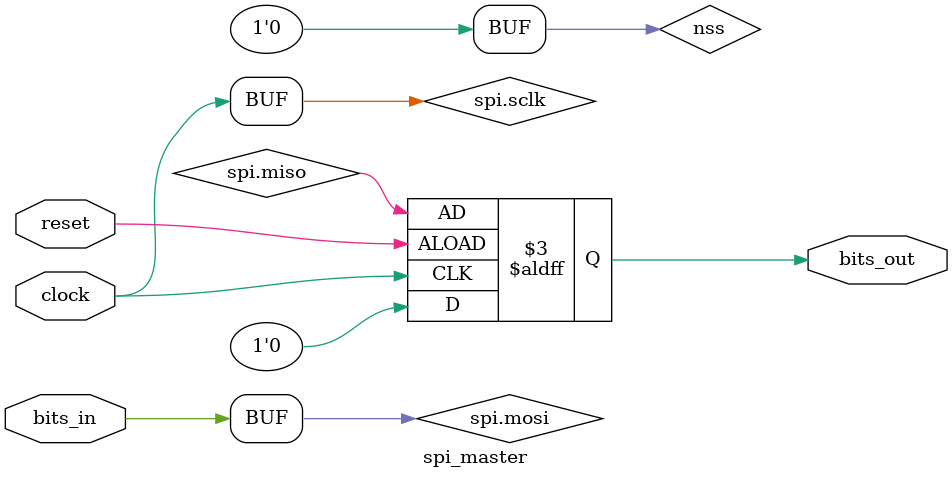
<source format=sv>
module spi_master (
    input logic bits_in,
    input logic clock,
    input logic reset,
    ISPI.MASTER_SPI spi,
    output logic bits_out
);

assign spi.sclk = clock;
assign nss = 0;
assign spi.mosi = bits_in;

always @(posedge clock, negedge reset) begin
    if (reset) begin
        bits_out <= 0;
    end else begin
        bits_out <= spi.miso;
    end 
end
	
endmodule
</source>
